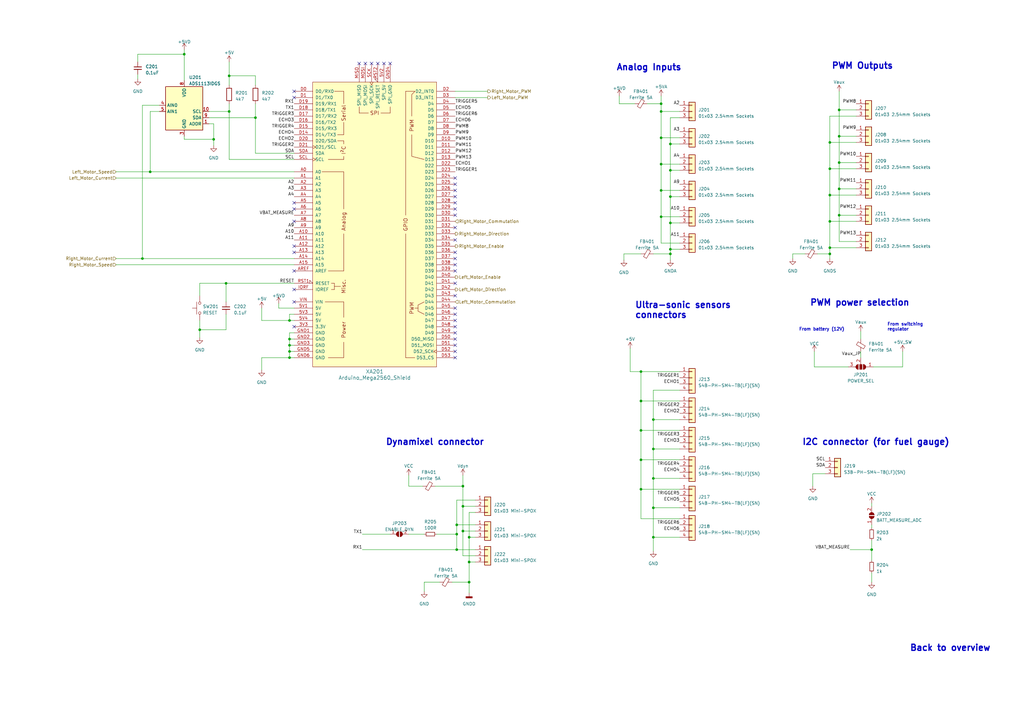
<source format=kicad_sch>
(kicad_sch (version 20230121) (generator eeschema)
  (paper "A3")
  (junction (at 192.405 230.505))
  (junction (at 274.955 80.645))
  (junction (at 340.36 101.6))
  (junction (at 75.565 22.225))
  (junction (at 340.36 90.805))
  (junction (at 262.89 176.53))
  (junction (at 274.955 91.44))
  (junction (at 189.865 207.645))
  (junction (at 274.955 69.85))
  (junction (at 118.745 144.145))
  (junction (at 118.745 139.065))
  (junction (at 267.97 184.15))
  (junction (at 357.505 225.425))
  (junction (at 192.405 220.345))
  (junction (at 104.775 48.26))
  (junction (at 262.89 200.66))
  (junction (at 267.97 172.085))
  (junction (at 340.36 69.215))
  (junction (at 262.89 152.4))
  (junction (at 118.745 131.445))
  (junction (at 262.89 188.595))
  (junction (at 274.955 59.055))
  (junction (at 271.145 88.9))
  (junction (at 58.42 106.045))
  (junction (at 81.915 135.255))
  (junction (at 267.97 196.215))
  (junction (at 93.98 31.115))
  (junction (at 271.145 45.72))
  (junction (at 271.145 56.515))
  (junction (at 271.145 42.545))
  (junction (at 274.955 102.235))
  (junction (at 340.36 104.14))
  (junction (at 344.17 77.47))
  (junction (at 344.17 88.265))
  (junction (at 118.745 141.605))
  (junction (at 267.97 220.345))
  (junction (at 192.405 238.76))
  (junction (at 344.17 66.675))
  (junction (at 340.36 80.01))
  (junction (at 189.865 217.805))
  (junction (at 189.865 199.39))
  (junction (at 93.98 45.72))
  (junction (at 274.955 104.14))
  (junction (at 271.145 78.105))
  (junction (at 187.325 225.425))
  (junction (at 187.325 219.075))
  (junction (at 61.595 70.485))
  (junction (at 344.17 55.88))
  (junction (at 187.325 215.265))
  (junction (at 344.17 45.085))
  (junction (at 92.71 116.205))
  (junction (at 118.745 146.685))
  (junction (at 271.145 67.31))
  (junction (at 87.63 57.15))
  (junction (at 262.89 164.465))
  (junction (at 340.36 58.42))
  (junction (at 267.97 208.28))
  (no_connect (at 157.48 26.035))
  (no_connect (at 147.32 26.035))
  (no_connect (at 186.69 139.065))
  (no_connect (at 152.4 26.035))
  (no_connect (at 186.69 98.425))
  (no_connect (at 186.69 111.125))
  (no_connect (at 186.69 136.525))
  (no_connect (at 120.65 37.465))
  (no_connect (at 186.69 126.365))
  (no_connect (at 120.65 100.965))
  (no_connect (at 186.69 146.685))
  (no_connect (at 186.69 141.605))
  (no_connect (at 186.69 80.645))
  (no_connect (at 120.65 118.745))
  (no_connect (at 160.02 26.035))
  (no_connect (at 186.69 85.725))
  (no_connect (at 186.69 103.505))
  (no_connect (at 120.65 40.005))
  (no_connect (at 120.65 83.185))
  (no_connect (at 186.69 121.285))
  (no_connect (at 186.69 106.045))
  (no_connect (at 186.69 83.185))
  (no_connect (at 186.69 78.105))
  (no_connect (at 186.69 75.565))
  (no_connect (at 149.86 26.035))
  (no_connect (at 186.69 116.205))
  (no_connect (at 120.65 111.125))
  (no_connect (at 186.69 73.025))
  (no_connect (at 186.69 88.265))
  (no_connect (at 154.94 26.035))
  (no_connect (at 186.69 133.985))
  (no_connect (at 186.69 93.345))
  (no_connect (at 120.65 123.825))
  (no_connect (at 186.69 108.585))
  (no_connect (at 186.69 128.905))
  (no_connect (at 186.69 144.145))
  (no_connect (at 186.69 131.445))
  (no_connect (at 120.65 133.985))
  (no_connect (at 120.65 103.505))
  (no_connect (at 120.65 85.725))
  (no_connect (at 120.65 90.805))
  (wire (pts (xy 254 42.545) (xy 260.35 42.545)))
  (wire (pts (xy 267.97 220.345) (xy 267.97 208.28)))
  (wire (pts (xy 267.97 104.14) (xy 274.955 104.14)))
  (wire (pts (xy 353.06 135.89) (xy 353.06 139.065)))
  (wire (pts (xy 167.64 199.39) (xy 173.355 199.39)))
  (wire (pts (xy 357.505 238.76) (xy 357.505 234.95)))
  (wire (pts (xy 187.325 205.105) (xy 187.325 215.265)))
  (wire (pts (xy 167.64 194.945) (xy 167.64 199.39)))
  (wire (pts (xy 353.06 144.145) (xy 353.06 146.685)))
  (wire (pts (xy 200.025 40.005) (xy 186.69 40.005)))
  (wire (pts (xy 185.42 238.76) (xy 192.405 238.76)))
  (wire (pts (xy 267.97 208.28) (xy 278.765 208.28)))
  (wire (pts (xy 274.955 91.44) (xy 278.765 91.44)))
  (wire (pts (xy 87.63 59.69) (xy 87.63 57.15)))
  (wire (pts (xy 93.98 45.72) (xy 85.725 45.72)))
  (wire (pts (xy 148.59 225.425) (xy 187.325 225.425)))
  (wire (pts (xy 274.955 59.055) (xy 274.955 69.85)))
  (wire (pts (xy 344.17 37.465) (xy 344.17 45.085)))
  (wire (pts (xy 56.515 22.225) (xy 75.565 22.225)))
  (wire (pts (xy 104.775 42.545) (xy 104.775 48.26)))
  (wire (pts (xy 173.99 242.57) (xy 173.99 238.76)))
  (wire (pts (xy 271.145 88.9) (xy 271.145 99.695)))
  (wire (pts (xy 118.745 146.685) (xy 118.745 144.145)))
  (wire (pts (xy 47.625 73.025) (xy 120.65 73.025)))
  (wire (pts (xy 118.745 131.445) (xy 118.745 128.905)))
  (wire (pts (xy 340.36 58.42) (xy 340.36 47.625)))
  (wire (pts (xy 274.955 59.055) (xy 278.765 59.055)))
  (wire (pts (xy 120.65 128.905) (xy 118.745 128.905)))
  (wire (pts (xy 340.36 80.01) (xy 351.155 80.01)))
  (wire (pts (xy 173.99 238.76) (xy 180.34 238.76)))
  (wire (pts (xy 271.145 42.545) (xy 271.145 45.72)))
  (wire (pts (xy 265.43 42.545) (xy 271.145 42.545)))
  (wire (pts (xy 274.955 104.14) (xy 274.955 102.235)))
  (wire (pts (xy 344.17 66.675) (xy 344.17 77.47)))
  (wire (pts (xy 344.17 99.06) (xy 351.155 99.06)))
  (wire (pts (xy 333.375 194.31) (xy 338.455 194.31)))
  (wire (pts (xy 114.3 126.365) (xy 120.65 126.365)))
  (wire (pts (xy 334.01 144.145) (xy 334.01 150.495)))
  (wire (pts (xy 340.36 104.14) (xy 340.36 101.6)))
  (wire (pts (xy 344.17 66.675) (xy 351.155 66.675)))
  (wire (pts (xy 104.775 48.26) (xy 85.725 48.26)))
  (wire (pts (xy 262.89 152.4) (xy 278.765 152.4)))
  (wire (pts (xy 344.17 55.88) (xy 351.155 55.88)))
  (wire (pts (xy 262.89 164.465) (xy 262.89 176.53)))
  (wire (pts (xy 262.89 176.53) (xy 262.89 188.595)))
  (wire (pts (xy 65.405 43.18) (xy 58.42 43.18)))
  (wire (pts (xy 357.505 225.425) (xy 357.505 221.615)))
  (wire (pts (xy 75.565 22.225) (xy 75.565 33.02)))
  (wire (pts (xy 274.955 102.235) (xy 278.765 102.235)))
  (wire (pts (xy 262.89 164.465) (xy 278.765 164.465)))
  (wire (pts (xy 189.865 199.39) (xy 189.865 207.645)))
  (wire (pts (xy 47.625 106.045) (xy 58.42 106.045)))
  (wire (pts (xy 194.945 225.425) (xy 187.325 225.425)))
  (wire (pts (xy 340.36 69.215) (xy 340.36 58.42)))
  (wire (pts (xy 120.65 131.445) (xy 118.745 131.445)))
  (wire (pts (xy 81.915 116.205) (xy 81.915 121.285)))
  (wire (pts (xy 262.89 200.66) (xy 262.89 212.725)))
  (wire (pts (xy 344.17 45.085) (xy 351.155 45.085)))
  (wire (pts (xy 271.145 67.31) (xy 278.765 67.31)))
  (wire (pts (xy 271.145 56.515) (xy 278.765 56.515)))
  (wire (pts (xy 334.01 150.495) (xy 347.98 150.495)))
  (wire (pts (xy 93.98 42.545) (xy 93.98 45.72)))
  (wire (pts (xy 258.445 152.4) (xy 262.89 152.4)))
  (wire (pts (xy 189.865 207.645) (xy 194.945 207.645)))
  (wire (pts (xy 274.955 106.68) (xy 274.955 104.14)))
  (wire (pts (xy 344.17 77.47) (xy 344.17 88.265)))
  (wire (pts (xy 118.745 141.605) (xy 120.65 141.605)))
  (wire (pts (xy 267.97 226.06) (xy 267.97 220.345)))
  (wire (pts (xy 189.865 194.945) (xy 189.865 199.39)))
  (wire (pts (xy 254 39.37) (xy 254 42.545)))
  (wire (pts (xy 267.97 208.28) (xy 267.97 196.215)))
  (wire (pts (xy 118.745 136.525) (xy 120.65 136.525)))
  (wire (pts (xy 114.3 124.46) (xy 114.3 126.365)))
  (wire (pts (xy 187.325 219.075) (xy 187.325 225.425)))
  (wire (pts (xy 47.625 70.485) (xy 61.595 70.485)))
  (wire (pts (xy 274.955 59.055) (xy 274.955 48.26)))
  (wire (pts (xy 148.59 219.075) (xy 160.02 219.075)))
  (wire (pts (xy 340.36 80.01) (xy 340.36 69.215)))
  (wire (pts (xy 271.145 45.72) (xy 278.765 45.72)))
  (wire (pts (xy 262.89 188.595) (xy 278.765 188.595)))
  (wire (pts (xy 344.17 77.47) (xy 351.155 77.47)))
  (wire (pts (xy 192.405 220.345) (xy 192.405 230.505)))
  (wire (pts (xy 92.71 123.825) (xy 92.71 116.205)))
  (wire (pts (xy 178.435 199.39) (xy 189.865 199.39)))
  (wire (pts (xy 192.405 210.185) (xy 194.945 210.185)))
  (wire (pts (xy 65.405 45.72) (xy 61.595 45.72)))
  (wire (pts (xy 58.42 43.18) (xy 58.42 106.045)))
  (wire (pts (xy 187.325 205.105) (xy 194.945 205.105)))
  (wire (pts (xy 92.71 116.205) (xy 120.65 116.205)))
  (wire (pts (xy 81.915 138.43) (xy 81.915 135.255)))
  (wire (pts (xy 267.97 172.085) (xy 267.97 160.02)))
  (wire (pts (xy 192.405 238.76) (xy 192.405 243.205)))
  (wire (pts (xy 348.615 225.425) (xy 357.505 225.425)))
  (wire (pts (xy 271.145 67.31) (xy 271.145 78.105)))
  (wire (pts (xy 104.775 48.26) (xy 104.775 62.865)))
  (wire (pts (xy 267.97 184.15) (xy 278.765 184.15)))
  (wire (pts (xy 267.97 196.215) (xy 267.97 184.15)))
  (wire (pts (xy 58.42 106.045) (xy 120.65 106.045)))
  (wire (pts (xy 104.775 62.865) (xy 120.65 62.865)))
  (wire (pts (xy 189.865 227.965) (xy 189.865 217.805)))
  (wire (pts (xy 340.36 90.805) (xy 351.155 90.805)))
  (wire (pts (xy 262.89 104.14) (xy 255.905 104.14)))
  (wire (pts (xy 344.17 55.88) (xy 344.17 66.675)))
  (wire (pts (xy 192.405 230.505) (xy 192.405 238.76)))
  (wire (pts (xy 340.36 58.42) (xy 351.155 58.42)))
  (wire (pts (xy 262.89 200.66) (xy 278.765 200.66)))
  (wire (pts (xy 194.945 227.965) (xy 189.865 227.965)))
  (wire (pts (xy 357.505 207.645) (xy 357.505 206.375)))
  (wire (pts (xy 104.775 31.115) (xy 93.98 31.115)))
  (wire (pts (xy 370.205 144.145) (xy 370.205 150.495)))
  (wire (pts (xy 118.745 139.065) (xy 120.65 139.065)))
  (wire (pts (xy 47.625 108.585) (xy 120.65 108.585)))
  (wire (pts (xy 274.955 91.44) (xy 274.955 80.645)))
  (wire (pts (xy 107.315 131.445) (xy 118.745 131.445)))
  (wire (pts (xy 357.505 225.425) (xy 357.505 229.87)))
  (wire (pts (xy 267.97 196.215) (xy 278.765 196.215)))
  (wire (pts (xy 107.315 146.685) (xy 118.745 146.685)))
  (wire (pts (xy 92.71 128.905) (xy 92.71 135.255)))
  (wire (pts (xy 104.775 34.925) (xy 104.775 31.115)))
  (wire (pts (xy 75.565 55.88) (xy 75.565 57.15)))
  (wire (pts (xy 107.315 126.365) (xy 107.315 131.445)))
  (wire (pts (xy 271.145 56.515) (xy 271.145 67.31)))
  (wire (pts (xy 200.025 37.465) (xy 186.69 37.465)))
  (wire (pts (xy 107.315 151.765) (xy 107.315 146.685)))
  (wire (pts (xy 118.745 144.145) (xy 120.65 144.145)))
  (wire (pts (xy 118.745 139.065) (xy 118.745 136.525)))
  (wire (pts (xy 262.89 152.4) (xy 262.89 164.465)))
  (wire (pts (xy 271.145 99.695) (xy 278.765 99.695)))
  (wire (pts (xy 267.97 160.02) (xy 278.765 160.02)))
  (wire (pts (xy 344.17 88.265) (xy 344.17 99.06)))
  (wire (pts (xy 274.955 48.26) (xy 278.765 48.26)))
  (wire (pts (xy 325.12 104.14) (xy 325.12 106.045)))
  (wire (pts (xy 271.145 78.105) (xy 278.765 78.105)))
  (wire (pts (xy 75.565 57.15) (xy 87.63 57.15)))
  (wire (pts (xy 274.955 69.85) (xy 274.955 80.645)))
  (wire (pts (xy 92.71 116.205) (xy 81.915 116.205)))
  (wire (pts (xy 93.98 45.72) (xy 93.98 65.405)))
  (wire (pts (xy 179.07 219.075) (xy 187.325 219.075)))
  (wire (pts (xy 262.89 212.725) (xy 278.765 212.725)))
  (wire (pts (xy 255.905 104.14) (xy 255.905 106.68)))
  (wire (pts (xy 258.445 142.875) (xy 258.445 152.4)))
  (wire (pts (xy 192.405 220.345) (xy 192.405 210.185)))
  (wire (pts (xy 118.745 141.605) (xy 118.745 139.065)))
  (wire (pts (xy 61.595 70.485) (xy 120.65 70.485)))
  (wire (pts (xy 274.955 102.235) (xy 274.955 91.44)))
  (wire (pts (xy 267.97 184.15) (xy 267.97 172.085)))
  (wire (pts (xy 262.89 176.53) (xy 278.765 176.53)))
  (wire (pts (xy 340.36 47.625) (xy 351.155 47.625)))
  (wire (pts (xy 274.955 80.645) (xy 278.765 80.645)))
  (wire (pts (xy 340.36 69.215) (xy 351.155 69.215)))
  (wire (pts (xy 56.515 25.4) (xy 56.515 22.225)))
  (wire (pts (xy 274.955 69.85) (xy 278.765 69.85)))
  (wire (pts (xy 93.98 31.115) (xy 93.98 34.925)))
  (wire (pts (xy 118.745 146.685) (xy 120.65 146.685)))
  (wire (pts (xy 262.89 188.595) (xy 262.89 200.66)))
  (wire (pts (xy 344.17 45.085) (xy 344.17 55.88)))
  (wire (pts (xy 75.565 20.32) (xy 75.565 22.225)))
  (wire (pts (xy 56.515 32.385) (xy 56.515 30.48)))
  (wire (pts (xy 187.325 215.265) (xy 187.325 219.075)))
  (wire (pts (xy 340.36 101.6) (xy 351.155 101.6)))
  (wire (pts (xy 192.405 230.505) (xy 194.945 230.505)))
  (wire (pts (xy 192.405 220.345) (xy 194.945 220.345)))
  (wire (pts (xy 93.98 25.4) (xy 93.98 31.115)))
  (wire (pts (xy 333.375 199.39) (xy 333.375 194.31)))
  (wire (pts (xy 370.205 150.495) (xy 358.14 150.495)))
  (wire (pts (xy 340.36 106.045) (xy 340.36 104.14)))
  (wire (pts (xy 271.145 78.105) (xy 271.145 88.9)))
  (wire (pts (xy 267.97 220.345) (xy 278.765 220.345)))
  (wire (pts (xy 87.63 50.8) (xy 85.725 50.8)))
  (wire (pts (xy 189.865 217.805) (xy 194.945 217.805)))
  (wire (pts (xy 340.36 90.805) (xy 340.36 80.01)))
  (wire (pts (xy 330.2 104.14) (xy 325.12 104.14)))
  (wire (pts (xy 194.945 215.265) (xy 187.325 215.265)))
  (wire (pts (xy 93.98 65.405) (xy 120.65 65.405)))
  (wire (pts (xy 357.505 215.265) (xy 357.505 216.535)))
  (wire (pts (xy 335.28 104.14) (xy 340.36 104.14)))
  (wire (pts (xy 167.64 219.075) (xy 173.99 219.075)))
  (wire (pts (xy 344.17 88.265) (xy 351.155 88.265)))
  (wire (pts (xy 87.63 57.15) (xy 87.63 50.8)))
  (wire (pts (xy 61.595 45.72) (xy 61.595 70.485)))
  (wire (pts (xy 271.145 45.72) (xy 271.145 56.515)))
  (wire (pts (xy 81.915 135.255) (xy 81.915 131.445)))
  (wire (pts (xy 271.145 88.9) (xy 278.765 88.9)))
  (wire (pts (xy 271.145 39.37) (xy 271.145 42.545)))
  (wire (pts (xy 189.865 207.645) (xy 189.865 217.805)))
  (wire (pts (xy 340.36 101.6) (xy 340.36 90.805)))
  (wire (pts (xy 267.97 172.085) (xy 278.765 172.085)))
  (wire (pts (xy 92.71 135.255) (xy 81.915 135.255)))
  (wire (pts (xy 118.745 144.145) (xy 118.745 141.605)))
  (text "From switching \nregulator" (at 363.855 135.89 0) (effects (font (size 1.27 1.27) bold) (justify left bottom)))
  (text "From battery (12V)" (at 327.66 135.89 0) (effects (font (size 1.27 1.27) bold) (justify left bottom)))
  (text "PWM Outputs" (at 340.995 28.575 0) (effects (font (size 2.54 2.54) bold) (justify left bottom)))
  (text "Analog Inputs" (at 252.73 29.21 0) (effects (font (size 2.54 2.54) bold) (justify left bottom)))
  (text "Dynamixel connector" (at 158.115 182.88 0) (effects (font (size 2.54 2.54) bold) (justify left bottom)))
  (text "I2C connector (for fuel gauge)" (at 328.93 182.88 0) (effects (font (size 2.54 2.54) bold) (justify left bottom)))
  (text "PWM power selection" (at 332.105 125.73 0) (effects (font (size 2.54 2.54) bold) (justify left bottom)))
  (text "Back to overview" (at 406.4 267.335 0) (effects (font (size 2.54 2.54) (thickness 0.508) bold) (justify right bottom)))
  (text "Ultra-sonic sensors\nconnectors" (at 260.35 130.81 0) (effects (font (size 2.54 2.54) bold) (justify left bottom)))
  (label "PWM10" (at 351.155 64.135 180))
  (label "A10" (at 278.765 86.36 180))
  (label "PWM13" (at 351.155 96.52 180))
  (label "SCL" (at 338.455 189.23 180))
  (label "A11" (at 120.65 98.425 180))
  (label "TX1" (at 120.65 45.085 180))
  (label "A2" (at 120.65 75.565 180))
  (label "A3" (at 278.765 53.975 180))
  (label "A9" (at 278.765 75.565 180))
  (label "ECHO6" (at 278.765 217.805 180))
  (label "PWM13" (at 186.69 65.405 0))
  (label "A4" (at 278.765 64.77 180))
  (label "A9" (at 120.65 93.345 180))
  (label "PWM11" (at 351.155 74.93 180))
  (label "ECHO3" (at 120.65 50.165 180))
  (label "TRIGGER5" (at 186.69 42.545 0))
  (label "ECHO6" (at 186.69 50.165 0))
  (label "ECHO5" (at 278.765 205.74 180))
  (label "TX1" (at 148.59 219.075 180))
  (label "PWM8" (at 351.155 42.545 180))
  (label "PWM11" (at 186.69 60.325 0))
  (label "PWM10" (at 186.69 57.785 0))
  (label "ECHO4" (at 278.765 193.675 180))
  (label "TRIGGER1" (at 278.765 154.94 180))
  (label "VBAT_MEASURE" (at 120.65 88.265 180))
  (label "A11" (at 278.765 97.155 180))
  (label "TRIGGER6" (at 278.765 215.265 180))
  (label "TRIGGER6" (at 186.69 47.625 0))
  (label "ECHO1" (at 186.69 67.945 0))
  (label "TRIGGER4" (at 120.65 52.705 180))
  (label "TRIGGER3" (at 278.765 179.07 180))
  (label "TRIGGER2" (at 120.65 60.325 180))
  (label "ECHO2" (at 278.765 169.545 180))
  (label "SDA" (at 338.455 191.77 180))
  (label "TRIGGER1" (at 186.69 70.485 0))
  (label "SDA" (at 120.65 62.865 180))
  (label "PWM12" (at 351.155 85.725 180))
  (label "RX1" (at 120.65 42.545 180))
  (label "ECHO5" (at 186.69 45.085 0))
  (label "PWM9" (at 186.69 55.245 0))
  (label "ECHO2" (at 120.65 57.785 180))
  (label "PWM9" (at 351.155 53.34 180))
  (label "ECHO4" (at 120.65 55.245 180))
  (label "A4" (at 120.65 80.645 180))
  (label "ECHO1" (at 278.765 157.48 180))
  (label "TRIGGER3" (at 120.65 47.625 180))
  (label "SCL" (at 120.65 65.405 180))
  (label "A2" (at 278.765 43.18 180))
  (label "A3" (at 120.65 78.105 180))
  (label "Vaux_JP" (at 353.06 146.05 180))
  (label "TRIGGER2" (at 278.765 167.005 180))
  (label "TRIGGER5" (at 278.765 203.2 180))
  (label "TRIGGER4" (at 278.765 191.135 180))
  (label "A10" (at 120.65 95.885 180))
  (label "RX1" (at 148.59 225.425 180))
  (label "RESET" (at 120.65 116.205 180))
  (label "VBAT_MEASURE" (at 348.615 225.425 180))
  (label "PWM12" (at 186.69 62.865 0))
  (label "ECHO3" (at 278.765 181.61 180))
  (label "PWM8" (at 186.69 52.705 0))
  (hierarchical_label "Right_Motor_PWM" (shape output) (at 200.025 37.465 0))
  (hierarchical_label "Left_Motor_Speed" (shape input) (at 47.625 70.485 180))
  (hierarchical_label "Left_Motor_Direction" (shape output) (at 186.69 118.745 0))
  (hierarchical_label "Left_Motor_Current" (shape input) (at 47.625 73.025 180))
  (hierarchical_label "Left_Motor_Enable" (shape output) (at 186.69 113.665 0))
  (hierarchical_label "Right_Motor_Commutation" (shape input) (at 186.69 90.805 0))
  (hierarchical_label "Right_Motor_Enable" (shape output) (at 186.69 100.965 0))
  (hierarchical_label "Right_Motor_Direction" (shape output) (at 186.69 95.885 0))
  (hierarchical_label "Right_Motor_Current" (shape input) (at 47.625 106.045 180))
  (hierarchical_label "Left_Motor_Commutation" (shape input) (at 186.69 123.825 0))
  (hierarchical_label "Left_Motor_PWM" (shape output) (at 200.025 40.005 0))
  (hierarchical_label "Right_Motor_Speed" (shape input) (at 47.625 108.585 180))
  (symbol (lib_id "power:GND") (at 357.505 238.76 0) (unit 1)
    (property "Reference" "#PWR0219" (effects hide))
    (property "Value" "GND" (at 357.505 243.84 0))
  )
  (symbol (lib_id "Connector_Generic:Conn_01x04") (at 283.845 203.2 0) (unit 1)
    (property "Reference" "J217" (at 286.385 203.835 0) (effects (justify left)))
    (property "Value" "S4B-PH-SM4-TB(LF)(SN)" (at 286.385 206.375 0) (effects (justify left)))
    (property "Footprint" "Connector_JST:JST_PH_S4B-PH-SM4-TB_1x04-1MP_P2.00mm_Horizontal" (effects hide))
    (property "Datasheet" "https://www.jst-mfg.com/product/pdf/eng/ePH.pdf" (effects hide))
    (property "Distributor" "Digikey" (effects hide))
    (property "Distributor ref" "455-1751-1-ND" (effects hide))
    (property "Manufacturer ref" "S4B-PH-SM4-TB(LF)(SN)" (effects hide))
  )
  (symbol (lib_id "Connector_Generic:Conn_01x03") (at 356.235 45.085 0) (unit 1)
    (property "Reference" "J207" (at 358.775 44.45 0) (effects (justify left)))
    (property "Value" "01x03 2.54mm Sockets" (at 358.775 46.99 0) (effects (justify left)))
    (property "Footprint" "Connector_PinSocket_2.54mm:PinSocket_1x03_P2.54mm_Vertical" (effects hide))
    (property "Datasheet" "https://media.digikey.com/pdf/Data%20Sheets/Sullins%20PDFs/Female_Headers.100_DS.pdf" (effects hide))
    (property "Distributor" "Digikey" (effects hide))
    (property "Distributor ref" "S7036-ND" (effects hide))
    (property "Manufacturer ref" "PPPC031LFBN-RC" (effects hide))
  )
  (symbol (lib_id "Device:FerriteBead_Small") (at 262.89 42.545 90) (unit 1)
    (property "Reference" "FB401" (at 262.8519 37.465 90))
    (property "Value" "Ferrite 5A" (at 262.8519 40.005 90))
    (property "Footprint" "Inductor_SMD:L_0603_1608Metric" (effects hide))
    (property "Datasheet" "https://www.murata.com/products/productdata/8796738650142/ENFA0003.pdf" (effects hide))
    (property "Distributor" "Digikey" (effects hide))
    (property "Distributor ref" "490-5447-1-ND" (effects hide))
    (property "Manufacturer ref" "BLM18KG300TN1D" (effects hide))
    (instances (project "Arduino_motor_shield" (path "" (reference "FB401") (unit 1)) (path "" (reference "FB501") (unit 1)) (path "" (reference "FB202") (unit 1))))
  )
  (symbol (lib_id "Connector_Generic:Conn_01x03") (at 200.025 207.645 0) (unit 1)
    (property "Reference" "J220" (at 202.565 207.01 0) (effects (justify left)))
    (property "Value" "01x03 Mini-SPOX" (at 202.565 209.55 0) (effects (justify left)))
    (property "Footprint" "0_connector:MOLEX_0022057035_5268-03A" (effects hide))
    (property "Datasheet" "https://www.molex.com/pdm_docs/sd/022057035_sd.pdf" (effects hide))
    (property "Distributor" "Digikey" (effects hide))
    (property "Distributor ref" "WM18901-ND" (effects hide))
    (property "Manufacturer ref" "0022057035" (effects hide))
  )
  (symbol (lib_id "power:+5VA") (at 271.145 39.37 0) (unit 1)
    (property "Reference" "#PWR0208" (effects hide))
    (property "Value" "+5VA" (at 271.145 35.56 0))
  )
  (symbol (lib_id "power:+5V") (at 107.315 126.365 0) (unit 1)
    (property "Reference" "#PWR0201" (effects hide))
    (property "Value" "+5V" (at 107.315 122.555 0))
  )
  (symbol (lib_id "power:+5V") (at 93.98 25.4 0) (unit 1)
    (property "Reference" "#PWR0205" (effects hide))
    (property "Value" "+5V" (at 93.98 21.59 0))
  )
  (symbol (lib_id "Device:C_Small") (at 92.71 126.365 0) (unit 1)
    (property "Reference" "C202" (at 95.885 125.7363 0) (effects (justify left)))
    (property "Value" "0.1uF" (at 95.885 128.2763 0) (effects (justify left)))
    (property "Footprint" "Capacitor_SMD:C_0603_1608Metric" (effects hide))
    (property "Datasheet" "https://datasheets.kyocera-avx.com/X7RDielectric.pdf" (effects hide))
    (property "Distributor" "Digikey" (effects hide))
    (property "Distributor ref" "478-5778-1-ND" (effects hide))
    (property "Manufacturer ref" "06035C104JAT2A" (effects hide))
  )
  (symbol (lib_id "Connector_Generic:Conn_01x03") (at 283.845 78.105 0) (unit 1)
    (property "Reference" "J204" (at 286.385 77.47 0) (effects (justify left)))
    (property "Value" "01x03 2.54mm Sockets" (at 286.385 80.01 0) (effects (justify left)))
    (property "Footprint" "Connector_PinSocket_2.54mm:PinSocket_1x03_P2.54mm_Vertical" (effects hide))
    (property "Datasheet" "https://media.digikey.com/pdf/Data%20Sheets/Sullins%20PDFs/Female_Headers.100_DS.pdf" (effects hide))
    (property "Distributor" "Digikey" (effects hide))
    (property "Distributor ref" "S7036-ND" (effects hide))
    (property "Manufacturer ref" "PPPC031LFBN-RC" (effects hide))
  )
  (symbol (lib_id "Device:FerriteBead_Small") (at 265.43 104.14 90) (unit 1)
    (property "Reference" "FB401" (at 265.3919 99.06 90))
    (property "Value" "Ferrite 5A" (at 265.3919 101.6 90))
    (property "Footprint" "Inductor_SMD:L_0603_1608Metric" (effects hide))
    (property "Datasheet" "https://www.murata.com/products/productdata/8796738650142/ENFA0003.pdf" (effects hide))
    (property "Distributor" "Digikey" (effects hide))
    (property "Distributor ref" "490-5447-1-ND" (effects hide))
    (property "Manufacturer ref" "BLM18KG300TN1D" (effects hide))
    (instances (project "Arduino_motor_shield" (path "" (reference "FB401") (unit 1)) (path "" (reference "FB501") (unit 1)) (path "" (reference "FB201") (unit 1))))
  )
  (symbol (lib_id "power:GND") (at 87.63 59.69 0) (unit 1)
    (property "Reference" "#PWR0203" (effects hide))
    (property "Value" "GND" (at 87.63 64.77 0))
  )
  (symbol (lib_id "power:GND") (at 255.905 106.68 0) (unit 1)
    (property "Reference" "#PWR0211" (effects hide))
    (property "Value" "GND" (at 255.905 111.76 0))
  )
  (symbol (lib_id "0_power_symbols:+5V_SW") (at 370.205 144.145 0) (unit 1)
    (property "Reference" "#PWR0215" (effects hide))
    (property "Value" "+5V_SW" (at 370.205 140.335 0))
  )
  (symbol (lib_id "Connector_Generic:Conn_01x03") (at 283.845 67.31 0) (unit 1)
    (property "Reference" "J203" (at 286.385 66.675 0) (effects (justify left)))
    (property "Value" "01x03 2.54mm Sockets" (at 286.385 69.215 0) (effects (justify left)))
    (property "Footprint" "Connector_PinSocket_2.54mm:PinSocket_1x03_P2.54mm_Vertical" (effects hide))
    (property "Datasheet" "https://media.digikey.com/pdf/Data%20Sheets/Sullins%20PDFs/Female_Headers.100_DS.pdf" (effects hide))
    (property "Distributor" "Digikey" (effects hide))
    (property "Distributor ref" "S7036-ND" (effects hide))
    (property "Manufacturer ref" "PPPC031LFBN-RC" (effects hide))
  )
  (symbol (lib_id "Connector_Generic:Conn_01x03") (at 356.235 66.675 0) (unit 1)
    (property "Reference" "J209" (at 358.775 66.04 0) (effects (justify left)))
    (property "Value" "01x03 2.54mm Sockets" (at 358.775 68.58 0) (effects (justify left)))
    (property "Footprint" "Connector_PinSocket_2.54mm:PinSocket_1x03_P2.54mm_Vertical" (effects hide))
    (property "Datasheet" "https://media.digikey.com/pdf/Data%20Sheets/Sullins%20PDFs/Female_Headers.100_DS.pdf" (effects hide))
    (property "Distributor" "Digikey" (effects hide))
    (property "Distributor ref" "S7036-ND" (effects hide))
    (property "Manufacturer ref" "PPPC031LFBN-RC" (effects hide))
  )
  (symbol (lib_id "power:GND") (at 267.97 226.06 0) (unit 1)
    (property "Reference" "#PWR0207" (effects hide))
    (property "Value" "GND" (at 267.97 231.14 0))
  )
  (symbol (lib_id "0_arduino_shield:Arduino_Mega2560_Shield") (at 153.67 92.075 0) (unit 1)
    (property "Reference" "XA201" (at 153.67 152.4 0) (effects (font (size 1.524 1.524))))
    (property "Value" "Arduino_Mega2560_Shield" (at 153.67 154.94 0) (effects (font (size 1.524 1.524))))
    (property "Footprint" "0_arduino_shield:Arduino_Mega2560_Shield" (effects hide))
    (property "Datasheet" "https://docs.arduino.cc/hardware/mega-2560" (effects hide))
    (property "Distributor" "Arduino" (effects hide))
  )
  (symbol (lib_id "power:VCC") (at 167.64 194.945 0) (unit 1)
    (property "Reference" "#PWR0223" (effects hide))
    (property "Value" "VCC" (at 167.64 191.135 0))
  )
  (symbol (lib_id "0_power_symbols:Vdyn") (at 189.865 194.945 0) (unit 1)
    (property "Reference" "#PWR0225" (effects hide))
    (property "Value" "Vdyn" (at 189.865 191.135 0))
  )
  (symbol (lib_id "Connector_Generic:Conn_01x03") (at 283.845 99.695 0) (unit 1)
    (property "Reference" "J206" (at 286.385 99.06 0) (effects (justify left)))
    (property "Value" "01x03 2.54mm Sockets" (at 286.385 101.6 0) (effects (justify left)))
    (property "Footprint" "Connector_PinSocket_2.54mm:PinSocket_1x03_P2.54mm_Vertical" (effects hide))
    (property "Datasheet" "https://media.digikey.com/pdf/Data%20Sheets/Sullins%20PDFs/Female_Headers.100_DS.pdf" (effects hide))
    (property "Distributor" "Digikey" (effects hide))
    (property "Distributor ref" "S7036-ND" (effects hide))
    (property "Manufacturer ref" "PPPC031LFBN-RC" (effects hide))
  )
  (symbol (lib_id "Device:R") (at 93.98 38.735 0) (unit 1)
    (property "Reference" "R201" (at 96.52 38.1 0) (effects (justify left)))
    (property "Value" "4k7" (at 96.52 40.64 0) (effects (justify left)))
    (property "Footprint" "Resistor_SMD:R_0603_1608Metric" (effects hide))
    (property "Datasheet" "https://industrial.panasonic.com/cdbs/www-data/pdf/RDA0000/AOA0000C304.pdf" (effects hide))
    (property "Distributor" "Digikey" (effects hide))
    (property "Distributor ref" "P4.70KHCT-ND" (effects hide))
    (property "Manufacturer ref" "ERJ-3EKF4701V" (effects hide))
  )
  (symbol (lib_id "Connector_Generic:Conn_01x03") (at 356.235 77.47 0) (unit 1)
    (property "Reference" "J210" (at 358.775 76.835 0) (effects (justify left)))
    (property "Value" "01x03 2.54mm Sockets" (at 358.775 79.375 0) (effects (justify left)))
    (property "Footprint" "Connector_PinSocket_2.54mm:PinSocket_1x03_P2.54mm_Vertical" (effects hide))
    (property "Datasheet" "https://media.digikey.com/pdf/Data%20Sheets/Sullins%20PDFs/Female_Headers.100_DS.pdf" (effects hide))
    (property "Distributor" "Digikey" (effects hide))
    (property "Distributor ref" "S7036-ND" (effects hide))
    (property "Manufacturer ref" "PPPC031LFBN-RC" (effects hide))
  )
  (symbol (lib_id "Device:R_Small") (at 357.505 219.075 0) (unit 1)
    (property "Reference" "R203" (at 359.41 218.44 0) (effects (justify left)))
    (property "Value" "2k" (at 359.41 220.98 0) (effects (justify left)))
    (property "Footprint" "Resistor_SMD:R_0603_1608Metric" (effects hide))
    (property "Datasheet" "https://www.yageo.com/upload/media/product/productsearch/datasheet/rchip/PYu-RC_Group_51_RoHS_L_12.pdf" (effects hide))
    (property "Distributor" "Digikey" (effects hide))
    (property "Distributor ref" "13-RC0603FR-132KLCT-ND" (effects hide))
    (property "Manufacturer ref" "RC0603FR-132KL" (effects hide))
  )
  (symbol (lib_id "power:GNDA") (at 274.955 106.68 0) (unit 1)
    (property "Reference" "#PWR0209" (effects hide))
    (property "Value" "GNDA" (at 274.955 111.125 0))
  )
  (symbol (lib_id "Device:R_Small") (at 176.53 219.075 90) (unit 1)
    (property "Reference" "R205" (at 176.53 213.995 90))
    (property "Value" "100R" (at 176.53 216.535 90))
    (property "Footprint" "Resistor_SMD:R_0603_1608Metric" (effects hide))
    (property "Datasheet" "http://www.passivecomponent.com/wp-content/uploads/chipR/ASC_WR.pdf" (effects hide))
    (property "Distributor" "Digikey" (effects hide))
    (property "Distributor ref" "1292-WR06X1000FTLCT-ND" (effects hide))
    (property "Manufacturer ref" "WR06X1000FTL" (effects hide))
  )
  (symbol (lib_id "Jumper:SolderJumper_2_Open") (at 357.505 211.455 90) (unit 1)
    (property "Reference" "JP202" (at 359.41 210.82 90) (effects (justify right)))
    (property "Value" "BATT_MEASURE_ADC" (at 359.41 213.36 90) (effects (justify right)))
    (property "Footprint" "Jumper:SolderJumper-2_P1.3mm_Open_RoundedPad1.0x1.5mm" (effects hide))
  )
  (symbol (lib_id "power:+5VD") (at 254 39.37 0) (unit 1)
    (property "Reference" "#PWR0210" (effects hide))
    (property "Value" "+5VD" (at 254 36.195 0))
  )
  (symbol (lib_id "Connector_Generic:Conn_01x03") (at 343.535 191.77 0) (unit 1)
    (property "Reference" "J219" (at 346.075 191.135 0) (effects (justify left)))
    (property "Value" "S3B-PH-SM4-TB(LF)(SN)" (at 346.075 193.675 0) (effects (justify left)))
    (property "Footprint" "Connector_JST:JST_PH_S3B-PH-SM4-TB_1x03-1MP_P2.00mm_Horizontal" (effects hide))
    (property "Datasheet" "https://www.jst-mfg.com/product/pdf/eng/ePH.pdf" (effects hide))
    (property "Distributor" "Digikey" (effects hide))
    (property "Distributor ref" "455-1750-1-ND" (effects hide))
    (property "Manufacturer ref" "S3B-PH-SM4-TB(LF)(SN)" (effects hide))
  )
  (symbol (lib_id "power:VCC") (at 357.505 206.375 0) (unit 1)
    (property "Reference" "#PWR0221" (effects hide))
    (property "Value" "VCC" (at 357.505 202.565 0))
  )
  (symbol (lib_id "Connector_Generic:Conn_01x03") (at 356.235 99.06 0) (unit 1)
    (property "Reference" "J212" (at 358.775 98.425 0) (effects (justify left)))
    (property "Value" "01x03 2.54mm Sockets" (at 358.775 100.965 0) (effects (justify left)))
    (property "Footprint" "Connector_PinSocket_2.54mm:PinSocket_1x03_P2.54mm_Vertical" (effects hide))
    (property "Datasheet" "https://media.digikey.com/pdf/Data%20Sheets/Sullins%20PDFs/Female_Headers.100_DS.pdf" (effects hide))
    (property "Distributor" "Digikey" (effects hide))
    (property "Distributor ref" "S7036-ND" (effects hide))
    (property "Manufacturer ref" "PPPC031LFBN-RC" (effects hide))
  )
  (symbol (lib_id "Connector_Generic:Conn_01x04") (at 283.845 179.07 0) (unit 1)
    (property "Reference" "J215" (at 286.385 179.705 0) (effects (justify left)))
    (property "Value" "S4B-PH-SM4-TB(LF)(SN)" (at 286.385 182.245 0) (effects (justify left)))
    (property "Footprint" "Connector_JST:JST_PH_S4B-PH-SM4-TB_1x04-1MP_P2.00mm_Horizontal" (effects hide))
    (property "Datasheet" "https://www.jst-mfg.com/product/pdf/eng/ePH.pdf" (effects hide))
    (property "Distributor" "Digikey" (effects hide))
    (property "Distributor ref" "455-1751-1-ND" (effects hide))
    (property "Manufacturer ref" "S4B-PH-SM4-TB(LF)(SN)" (effects hide))
  )
  (symbol (lib_id "Connector_Generic:Conn_01x03") (at 283.845 45.72 0) (unit 1)
    (property "Reference" "J201" (at 286.385 45.085 0) (effects (justify left)))
    (property "Value" "01x03 2.54mm Sockets" (at 286.385 47.625 0) (effects (justify left)))
    (property "Footprint" "Connector_PinSocket_2.54mm:PinSocket_1x03_P2.54mm_Vertical" (effects hide))
    (property "Datasheet" "https://media.digikey.com/pdf/Data%20Sheets/Sullins%20PDFs/Female_Headers.100_DS.pdf" (effects hide))
    (property "Distributor" "Digikey" (effects hide))
    (property "Distributor ref" "S7036-ND" (effects hide))
    (property "Manufacturer ref" "PPPC031LFBN-RC" (effects hide))
  )
  (symbol (lib_id "power:GND") (at 56.515 32.385 0) (unit 1)
    (property "Reference" "#PWR0226" (effects hide))
    (property "Value" "GND" (at 56.515 37.465 0))
  )
  (symbol (lib_id "power:GND") (at 107.315 151.765 0) (unit 1)
    (property "Reference" "#PWR0206" (effects hide))
    (property "Value" "GND" (at 107.315 156.845 0))
  )
  (symbol (lib_id "power:GNDD") (at 192.405 243.205 0) (unit 1)
    (property "Reference" "#PWR0222" (effects hide))
    (property "Value" "GNDD" (at 192.405 247.65 0))
  )
  (symbol (lib_id "power:GNDS") (at 340.36 106.045 0) (unit 1)
    (property "Reference" "#PWR0212" (effects hide))
    (property "Value" "GNDS" (at 340.36 111.125 0))
  )
  (symbol (lib_id "Connector_Generic:Conn_01x04") (at 283.845 215.265 0) (unit 1)
    (property "Reference" "J218" (at 286.385 215.9 0) (effects (justify left)))
    (property "Value" "S4B-PH-SM4-TB(LF)(SN)" (at 286.385 218.44 0) (effects (justify left)))
    (property "Footprint" "Connector_JST:JST_PH_S4B-PH-SM4-TB_1x04-1MP_P2.00mm_Horizontal" (effects hide))
    (property "Datasheet" "https://www.jst-mfg.com/product/pdf/eng/ePH.pdf" (effects hide))
    (property "Distributor" "Digikey" (effects hide))
    (property "Distributor ref" "455-1751-1-ND" (effects hide))
    (property "Manufacturer ref" "S4B-PH-SM4-TB(LF)(SN)" (effects hide))
  )
  (symbol (lib_id "Connector_Generic:Conn_01x03") (at 200.025 227.965 0) (unit 1)
    (property "Reference" "J222" (at 202.565 227.33 0) (effects (justify left)))
    (property "Value" "01x03 Mini-SPOX" (at 202.565 229.87 0) (effects (justify left)))
    (property "Footprint" "0_connector:MOLEX_0022057035_5268-03A" (effects hide))
    (property "Datasheet" "https://www.molex.com/pdm_docs/sd/022057035_sd.pdf" (effects hide))
    (property "Distributor" "Digikey" (effects hide))
    (property "Distributor ref" "WM18901-ND" (effects hide))
    (property "Manufacturer ref" "0022057035" (effects hide))
  )
  (symbol (lib_id "power:VCC") (at 334.01 144.145 0) (unit 1)
    (property "Reference" "#PWR0214" (effects hide))
    (property "Value" "VCC" (at 334.01 140.97 0))
  )
  (symbol (lib_id "Device:FerriteBead_Small") (at 332.74 104.14 90) (unit 1)
    (property "Reference" "FB401" (at 332.7019 99.06 90))
    (property "Value" "Ferrite 5A" (at 332.7019 101.6 90))
    (property "Footprint" "Inductor_SMD:L_0603_1608Metric" (effects hide))
    (property "Datasheet" "https://www.murata.com/products/productdata/8796738650142/ENFA0003.pdf" (effects hide))
    (property "Distributor" "Digikey" (effects hide))
    (property "Distributor ref" "490-5447-1-ND" (effects hide))
    (property "Manufacturer ref" "BLM18KG300TN1D" (effects hide))
    (instances (project "Arduino_motor_shield" (path "" (reference "FB401") (unit 1)) (path "" (reference "FB501") (unit 1)) (path "" (reference "FB203") (unit 1))))
  )
  (symbol (lib_id "Device:R") (at 104.775 38.735 0) (unit 1)
    (property "Reference" "R202" (at 107.315 38.1 0) (effects (justify left)))
    (property "Value" "4k7" (at 107.315 40.64 0) (effects (justify left)))
    (property "Footprint" "Resistor_SMD:R_0603_1608Metric" (effects hide))
    (property "Datasheet" "https://industrial.panasonic.com/cdbs/www-data/pdf/RDA0000/AOA0000C304.pdf" (effects hide))
    (property "Distributor" "Digikey" (effects hide))
    (property "Distributor ref" "P4.70KHCT-ND" (effects hide))
    (property "Manufacturer ref" "ERJ-3EKF4701V" (effects hide))
  )
  (symbol (lib_id "Switch:SW_Push") (at 81.915 126.365 90) (unit 1)
    (property "Reference" "SW201" (at 83.185 125.73 90) (effects (justify right)))
    (property "Value" "RESET" (at 83.185 128.27 90) (effects (justify right)))
    (property "Footprint" "0_switch:MJTP1140ATR" (effects hide))
    (property "Datasheet" "https://www.apem.com/media/apemProduct/joysticks_serie_M.pdf" (effects hide))
    (property "Distributor" "Digikey" (effects hide))
    (property "Distributor ref" "679-2420-1-ND" (effects hide))
    (property "Manufacturer ref" "MJTP1140ATR" (effects hide))
  )
  (symbol (lib_id "Connector_Generic:Conn_01x04") (at 283.845 167.005 0) (unit 1)
    (property "Reference" "J214" (at 286.385 167.64 0) (effects (justify left)))
    (property "Value" "S4B-PH-SM4-TB(LF)(SN)" (at 286.385 170.18 0) (effects (justify left)))
    (property "Footprint" "Connector_JST:JST_PH_S4B-PH-SM4-TB_1x04-1MP_P2.00mm_Horizontal" (effects hide))
    (property "Datasheet" "https://www.jst-mfg.com/product/pdf/eng/ePH.pdf" (effects hide))
    (property "Distributor" "Digikey" (effects hide))
    (property "Distributor ref" "455-1751-1-ND" (effects hide))
    (property "Manufacturer ref" "S4B-PH-SM4-TB(LF)(SN)" (effects hide))
  )
  (symbol (lib_id "Connector_Generic:Conn_01x03") (at 283.845 56.515 0) (unit 1)
    (property "Reference" "J202" (at 286.385 55.88 0) (effects (justify left)))
    (property "Value" "01x03 2.54mm Sockets" (at 286.385 58.42 0) (effects (justify left)))
    (property "Footprint" "Connector_PinSocket_2.54mm:PinSocket_1x03_P2.54mm_Vertical" (effects hide))
    (property "Datasheet" "https://media.digikey.com/pdf/Data%20Sheets/Sullins%20PDFs/Female_Headers.100_DS.pdf" (effects hide))
    (property "Distributor" "Digikey" (effects hide))
    (property "Distributor ref" "S7036-ND" (effects hide))
    (property "Manufacturer ref" "PPPC031LFBN-RC" (effects hide))
  )
  (symbol (lib_id "Device:FerriteBead_Small") (at 175.895 199.39 270) (unit 1)
    (property "Reference" "FB401" (at 175.9331 193.675 90))
    (property "Value" "Ferrite 5A" (at 175.9331 196.215 90))
    (property "Footprint" "Inductor_SMD:L_0603_1608Metric" (effects hide))
    (property "Datasheet" "https://www.murata.com/products/productdata/8796738650142/ENFA0003.pdf" (effects hide))
    (property "Distributor" "Digikey" (effects hide))
    (property "Distributor ref" "490-5447-1-ND" (effects hide))
    (property "Manufacturer ref" "BLM18KG300TN1D" (effects hide))
    (instances (project "Arduino_motor_shield" (path "" (reference "FB401") (unit 1)) (path "" (reference "FB501") (unit 1)) (path "" (reference "FB205") (unit 1))))
  )
  (symbol (lib_id "0_power_symbols:Vaux") (at 353.06 135.89 0) (unit 1)
    (property "Reference" "#PWR0216" (effects hide))
    (property "Value" "Vaux" (at 353.06 132.08 0))
  )
  (symbol (lib_id "power:GND") (at 325.12 106.045 0) (unit 1)
    (property "Reference" "#PWR0213" (effects hide))
    (property "Value" "GND" (at 325.12 111.125 0))
  )
  (symbol (lib_id "power:+5V") (at 258.445 142.875 0) (unit 1)
    (property "Reference" "#PWR0218" (effects hide))
    (property "Value" "+5V" (at 258.445 139.065 0))
  )
  (symbol (lib_id "power:+5VD") (at 75.565 20.32 0) (unit 1)
    (property "Reference" "#PWR0202" (effects hide))
    (property "Value" "+5VD" (at 75.565 17.145 0))
  )
  (symbol (lib_id "Connector_Generic:Conn_01x04") (at 283.845 191.135 0) (unit 1)
    (property "Reference" "J216" (at 286.385 191.77 0) (effects (justify left)))
    (property "Value" "S4B-PH-SM4-TB(LF)(SN)" (at 286.385 194.31 0) (effects (justify left)))
    (property "Footprint" "Connector_JST:JST_PH_S4B-PH-SM4-TB_1x04-1MP_P2.00mm_Horizontal" (effects hide))
    (property "Datasheet" "https://www.jst-mfg.com/product/pdf/eng/ePH.pdf" (effects hide))
    (property "Distributor" "Digikey" (effects hide))
    (property "Distributor ref" "455-1751-1-ND" (effects hide))
    (property "Manufacturer ref" "S4B-PH-SM4-TB(LF)(SN)" (effects hide))
  )
  (symbol (lib_id "Connector_Generic:Conn_01x03") (at 200.025 217.805 0) (unit 1)
    (property "Reference" "J221" (at 202.565 217.17 0) (effects (justify left)))
    (property "Value" "01x03 Mini-SPOX" (at 202.565 219.71 0) (effects (justify left)))
    (property "Footprint" "0_connector:MOLEX_0022057035_5268-03A" (effects hide))
    (property "Datasheet" "https://www.molex.com/pdm_docs/sd/022057035_sd.pdf" (effects hide))
    (property "Distributor" "Digikey" (effects hide))
    (property "Distributor ref" "WM18901-ND" (effects hide))
    (property "Manufacturer ref" "0022057035" (effects hide))
  )
  (symbol (lib_id "Connector_Generic:Conn_01x03") (at 356.235 88.265 0) (unit 1)
    (property "Reference" "J211" (at 358.775 87.63 0) (effects (justify left)))
    (property "Value" "01x03 2.54mm Sockets" (at 358.775 90.17 0) (effects (justify left)))
    (property "Footprint" "Connector_PinSocket_2.54mm:PinSocket_1x03_P2.54mm_Vertical" (effects hide))
    (property "Datasheet" "https://media.digikey.com/pdf/Data%20Sheets/Sullins%20PDFs/Female_Headers.100_DS.pdf" (effects hide))
    (property "Distributor" "Digikey" (effects hide))
    (property "Distributor ref" "S7036-ND" (effects hide))
    (property "Manufacturer ref" "PPPC031LFBN-RC" (effects hide))
  )
  (symbol (lib_id "Analog_ADC:ADS1113IDGS") (at 75.565 45.72 0) (unit 1)
    (property "Reference" "U201" (at 77.5209 31.75 0) (effects (justify left)))
    (property "Value" "ADS1113IDGS" (at 77.5209 34.29 0) (effects (justify left)))
    (property "Footprint" "Package_SO:TSSOP-10_3x3mm_P0.5mm" (effects hide))
    (property "Datasheet" "http://www.ti.com/lit/ds/symlink/ads1113.pdf" (effects hide))
    (property "Distributor" "Digikey" (effects hide))
    (property "Distributor ref" "296-46281-1-ND" (effects hide))
    (property "Manufacturer ref" "ADS1113IDGSR" (effects hide))
  )
  (symbol (lib_id "power:+5VD") (at 114.3 124.46 0) (unit 1)
    (property "Reference" "#PWR0227" (effects hide))
    (property "Value" "+5VD" (at 114.3 121.285 0))
  )
  (symbol (lib_id "power:GND") (at 333.375 199.39 0) (unit 1)
    (property "Reference" "#PWR0220" (effects hide))
    (property "Value" "GND" (at 333.375 204.47 0))
  )
  (symbol (lib_id "Device:R_Small") (at 357.505 232.41 0) (unit 1)
    (property "Reference" "R204" (at 359.41 231.775 0) (effects (justify left)))
    (property "Value" "1k" (at 359.41 234.315 0) (effects (justify left)))
    (property "Footprint" "Resistor_SMD:R_0603_1608Metric" (effects hide))
    (property "Datasheet" "https://www.seielect.com/Catalog/SEI-RNCP.pdf" (effects hide))
    (property "Distributor" "Digikey" (effects hide))
    (property "Distributor ref" "RNCP0603FTD1K00CT-ND" (effects hide))
    (property "Manufacturer ref" "RNCP0603FTD1K00" (effects hide))
  )
  (symbol (lib_id "Jumper:SolderJumper_3_Open") (at 353.06 150.495 180) (unit 1)
    (property "Reference" "JP201" (at 353.06 153.67 0))
    (property "Value" "POWER_SEL" (at 353.06 156.21 0))
    (property "Footprint" "Jumper:SolderJumper-3_P1.3mm_Open_RoundedPad1.0x1.5mm" (effects hide))
  )
  (symbol (lib_id "0_power_symbols:Vaux") (at 344.17 37.465 0) (unit 1)
    (property "Reference" "#PWR0217" (effects hide))
    (property "Value" "Vaux" (at 344.17 33.655 0))
  )
  (symbol (lib_id "power:GND") (at 81.915 138.43 0) (unit 1)
    (property "Reference" "#PWR0204" (effects hide))
    (property "Value" "GND" (at 81.915 143.51 0))
  )
  (symbol (lib_id "Connector_Generic:Conn_01x04") (at 283.845 154.94 0) (unit 1)
    (property "Reference" "J213" (at 286.385 155.575 0) (effects (justify left)))
    (property "Value" "S4B-PH-SM4-TB(LF)(SN)" (at 286.385 158.115 0) (effects (justify left)))
    (property "Footprint" "Connector_JST:JST_PH_S4B-PH-SM4-TB_1x04-1MP_P2.00mm_Horizontal" (effects hide))
    (property "Datasheet" "https://www.jst-mfg.com/product/pdf/eng/ePH.pdf" (effects hide))
    (property "Distributor" "Digikey" (effects hide))
    (property "Distributor ref" "455-1751-1-ND" (effects hide))
    (property "Manufacturer ref" "S4B-PH-SM4-TB(LF)(SN)" (effects hide))
  )
  (symbol (lib_id "Connector_Generic:Conn_01x03") (at 356.235 55.88 0) (unit 1)
    (property "Reference" "J208" (at 358.775 55.245 0) (effects (justify left)))
    (property "Value" "01x03 2.54mm Sockets" (at 358.775 57.785 0) (effects (justify left)))
    (property "Footprint" "Connector_PinSocket_2.54mm:PinSocket_1x03_P2.54mm_Vertical" (effects hide))
    (property "Datasheet" "https://media.digikey.com/pdf/Data%20Sheets/Sullins%20PDFs/Female_Headers.100_DS.pdf" (effects hide))
    (property "Distributor" "Digikey" (effects hide))
    (property "Distributor ref" "S7036-ND" (effects hide))
    (property "Manufacturer ref" "PPPC031LFBN-RC" (effects hide))
  )
  (symbol (lib_id "Jumper:SolderJumper_2_Open") (at 163.83 219.075 0) (unit 1)
    (property "Reference" "JP203" (at 163.83 214.63 0))
    (property "Value" "ENABLE_DYN" (at 163.83 217.17 0))
    (property "Footprint" "Jumper:SolderJumper-2_P1.3mm_Open_RoundedPad1.0x1.5mm" (effects hide))
  )
  (symbol (lib_id "Device:FerriteBead_Small") (at 182.88 238.76 90) (unit 1)
    (property "Reference" "FB401" (at 182.8419 233.68 90))
    (property "Value" "Ferrite 5A" (at 182.8419 236.22 90))
    (property "Footprint" "Inductor_SMD:L_0603_1608Metric" (effects hide))
    (property "Datasheet" "https://www.murata.com/products/productdata/8796738650142/ENFA0003.pdf" (effects hide))
    (property "Distributor" "Digikey" (effects hide))
    (property "Distributor ref" "490-5447-1-ND" (effects hide))
    (property "Manufacturer ref" "BLM18KG300TN1D" (effects hide))
    (instances (project "Arduino_motor_shield" (path "" (reference "FB401") (unit 1)) (path "" (reference "FB501") (unit 1)) (path "" (reference "FB206") (unit 1))))
  )
  (symbol (lib_id "Connector_Generic:Conn_01x03") (at 283.845 88.9 0) (unit 1)
    (property "Reference" "J205" (at 286.385 88.265 0) (effects (justify left)))
    (property "Value" "01x03 2.54mm Sockets" (at 286.385 90.805 0) (effects (justify left)))
    (property "Footprint" "Connector_PinSocket_2.54mm:PinSocket_1x03_P2.54mm_Vertical" (effects hide))
    (property "Datasheet" "https://media.digikey.com/pdf/Data%20Sheets/Sullins%20PDFs/Female_Headers.100_DS.pdf" (effects hide))
    (property "Distributor" "Digikey" (effects hide))
    (property "Distributor ref" "S7036-ND" (effects hide))
    (property "Manufacturer ref" "PPPC031LFBN-RC" (effects hide))
  )
  (symbol (lib_id "power:GND") (at 173.99 242.57 0) (unit 1)
    (property "Reference" "#PWR0224" (effects hide))
    (property "Value" "GND" (at 173.99 247.65 0))
  )
  (symbol (lib_id "Device:C_Small") (at 56.515 27.94 0) (unit 1)
    (property "Reference" "C201" (at 59.69 27.3113 0) (effects (justify left)))
    (property "Value" "0.1uF" (at 59.69 29.8513 0) (effects (justify left)))
    (property "Footprint" "Capacitor_SMD:C_0603_1608Metric" (effects hide))
    (property "Datasheet" "https://datasheets.kyocera-avx.com/X7RDielectric.pdf" (effects hide))
    (property "Distributor" "Digikey" (effects hide))
    (property "Distributor ref" "478-5778-1-ND" (effects hide))
    (property "Manufacturer ref" "06035C104JAT2A" (effects hide))
  )
  (symbol (lib_id "Device:FerriteBead_Small") (at 353.06 141.605 180) (unit 1)
    (property "Reference" "FB401" (at 356.235 141.0081 0) (effects (justify right)))
    (property "Value" "Ferrite 5A" (at 356.235 143.5481 0) (effects (justify right)))
    (property "Footprint" "Inductor_SMD:L_0603_1608Metric" (effects hide))
    (property "Datasheet" "https://www.murata.com/products/productdata/8796738650142/ENFA0003.pdf" (effects hide))
    (property "Distributor" "Digikey" (effects hide))
    (property "Distributor ref" "490-5447-1-ND" (effects hide))
    (property "Manufacturer ref" "BLM18KG300TN1D" (effects hide))
    (instances (project "Arduino_motor_shield" (path "" (reference "FB401") (unit 1)) (path "" (reference "FB501") (unit 1)) (path "" (reference "FB204") (unit 1))))
  )
)
</source>
